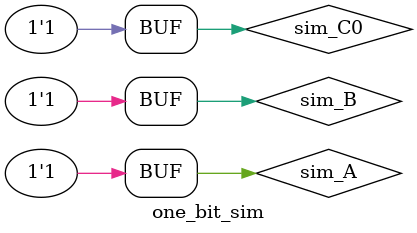
<source format=v>
`timescale 1ns / 1ps


module one_bit_sim(

    );
    
    reg sim_A, sim_B, sim_C0;
    
    wire sim_S, sim_C1;
    
    one_bit dut(sim_A, sim_B, sim_C0, sim_S, sim_C1);
    
    initial begin
        sim_A=0;sim_B=0;sim_C0=0;#10;
        sim_A=0;sim_B=1;sim_C0=0;#10;
        sim_A=1;sim_B=1;sim_C0=0;#10;
        sim_A=1;sim_B=1;sim_C0=1;#10;
    end
endmodule

</source>
